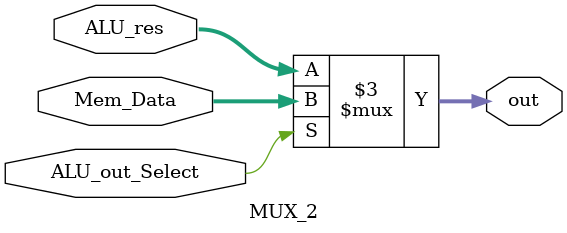
<source format=v>
module MUX_2(ALU_out_Select, ALU_res, Mem_Data, out);
  input ALU_out_Select; //select line
  input [15:0] ALU_res, Mem_Data; //2 options for MUX

  output [15:0] out; //result of MUX

  reg [15:0] out;

  always @(*)
  begin
    if(ALU_out_Select)  //if select line == 1, memory data will go
      out = Mem_Data;  
    else
      out = ALU_res; //if select line == 0, alu result will go
  end

endmodule

</source>
